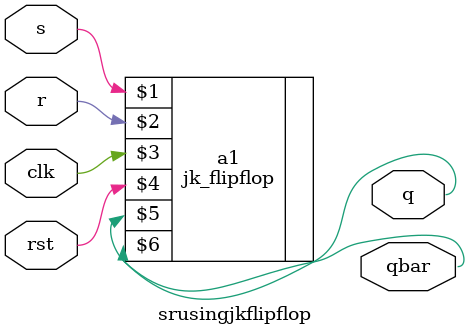
<source format=v>
`timescale 1ns / 1ps


module srusingjkflipflop(
    input s,r,clk,rst,
    output q,qbar
    );
    jk_flipflop a1(s,r,clk,rst,q,qbar);
endmodule

</source>
